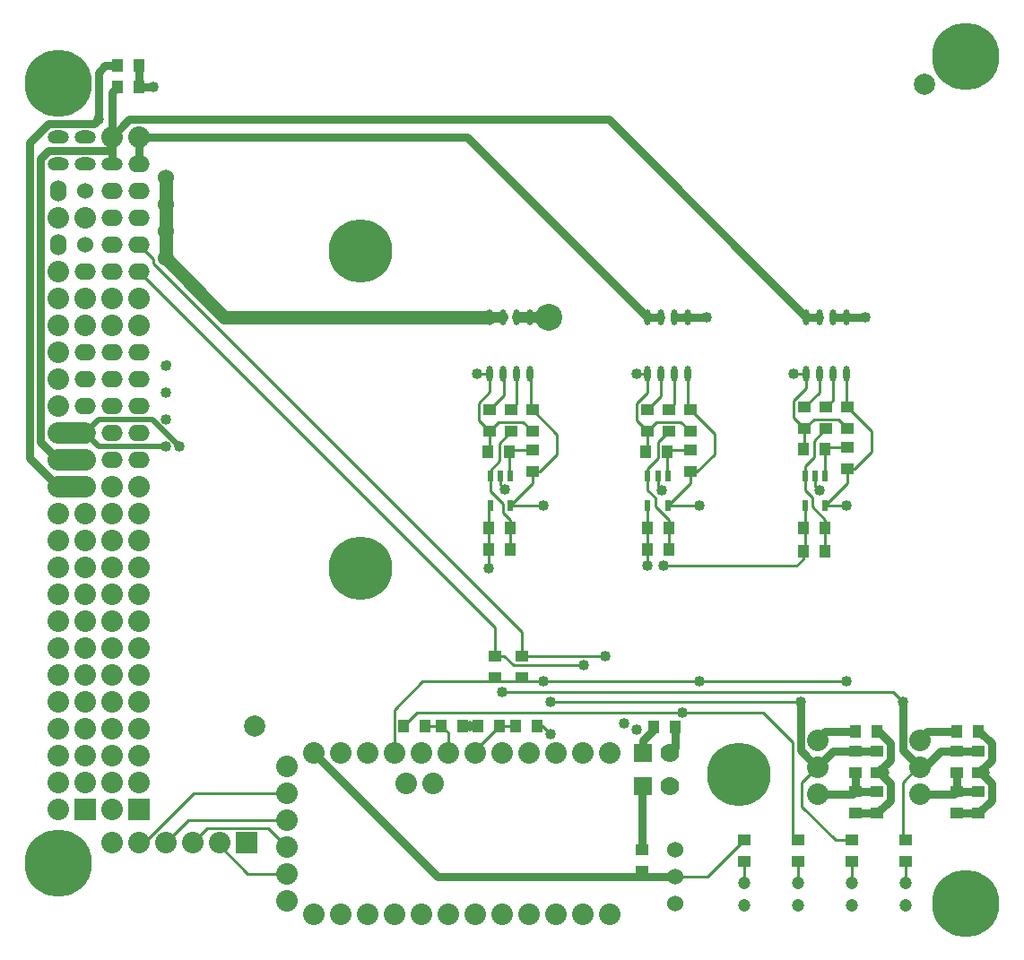
<source format=gtl>
G04 Layer_Physical_Order=1*
G04 Layer_Color=255*
%FSLAX25Y25*%
%MOIN*%
G70*
G01*
G75*
%ADD10R,0.04000X0.05000*%
%ADD11O,0.02362X0.05906*%
%ADD12R,0.02362X0.03937*%
%ADD13R,0.05000X0.04000*%
%ADD14C,0.01000*%
%ADD15C,0.04000*%
%ADD16C,0.05000*%
%ADD17C,0.03000*%
%ADD18C,0.08000*%
%ADD19C,0.02000*%
%ADD20C,0.08000*%
%ADD21C,0.23622*%
%ADD22C,0.07000*%
%ADD23R,0.07000X0.07000*%
%ADD24C,0.04724*%
%ADD25R,0.08000X0.08000*%
%ADD26O,0.08000X0.05000*%
%ADD27O,0.06000X0.08000*%
%ADD28C,0.06000*%
%ADD29O,0.08000X0.06000*%
%ADD30R,0.08000X0.08000*%
%ADD31C,0.07874*%
%ADD32C,0.04000*%
%ADD33C,0.10000*%
%ADD34C,0.25000*%
D10*
X-128000Y85500D02*
D03*
X-136000D02*
D03*
X-335500Y331500D02*
D03*
X-327500D02*
D03*
X-335500Y323500D02*
D03*
X-327500D02*
D03*
X-72500Y151000D02*
D03*
X-80500D02*
D03*
X-72500Y189000D02*
D03*
X-80500D02*
D03*
X-130500Y151500D02*
D03*
X-138500D02*
D03*
X-131000Y188000D02*
D03*
X-139000D02*
D03*
X-189500Y151500D02*
D03*
X-197500D02*
D03*
X-189657Y188000D02*
D03*
X-197658D02*
D03*
X-80500Y159500D02*
D03*
X-72500D02*
D03*
X-138500D02*
D03*
X-130500D02*
D03*
X-197500D02*
D03*
X-189500D02*
D03*
X-193500Y86000D02*
D03*
X-201500D02*
D03*
X-179500D02*
D03*
X-187500D02*
D03*
X-215000D02*
D03*
X-207000D02*
D03*
X-229000D02*
D03*
X-221000D02*
D03*
X-23500Y84000D02*
D03*
X-15500D02*
D03*
X-61000D02*
D03*
X-53000D02*
D03*
D11*
X-79500Y216870D02*
D03*
X-74500D02*
D03*
X-69500D02*
D03*
X-64500D02*
D03*
X-79500Y238130D02*
D03*
X-74500D02*
D03*
X-69500D02*
D03*
X-64500D02*
D03*
X-138500Y216870D02*
D03*
X-133500D02*
D03*
X-128500D02*
D03*
X-123500D02*
D03*
X-138500Y238130D02*
D03*
X-133500D02*
D03*
X-128500D02*
D03*
X-123500D02*
D03*
X-197000Y216870D02*
D03*
X-192000D02*
D03*
X-187000D02*
D03*
X-182000D02*
D03*
X-197000Y238130D02*
D03*
X-192000D02*
D03*
X-187000D02*
D03*
X-182000D02*
D03*
D12*
X-72260Y178913D02*
D03*
X-76000D02*
D03*
X-79740D02*
D03*
Y168087D02*
D03*
X-72260D02*
D03*
X-130760Y178913D02*
D03*
X-134500D02*
D03*
X-138240D02*
D03*
Y168087D02*
D03*
X-130760D02*
D03*
X-189417Y178913D02*
D03*
X-193157D02*
D03*
X-196898D02*
D03*
Y168087D02*
D03*
X-189417D02*
D03*
D13*
X-72000Y204500D02*
D03*
Y196500D02*
D03*
X-64000Y181500D02*
D03*
Y189500D02*
D03*
X-130500Y203500D02*
D03*
Y195500D02*
D03*
X-122500Y180500D02*
D03*
Y188500D02*
D03*
X-189157Y203500D02*
D03*
Y195500D02*
D03*
X-181158Y180500D02*
D03*
Y188500D02*
D03*
X-80000Y204500D02*
D03*
Y196500D02*
D03*
X-64000Y204500D02*
D03*
Y196500D02*
D03*
X-138500Y203500D02*
D03*
Y195500D02*
D03*
X-122500Y203500D02*
D03*
Y195500D02*
D03*
X-197158Y203500D02*
D03*
Y195500D02*
D03*
X-181158Y203500D02*
D03*
Y195500D02*
D03*
X-15500Y53500D02*
D03*
Y61500D02*
D03*
X-23500Y76500D02*
D03*
Y68500D02*
D03*
X-53000Y53500D02*
D03*
Y61500D02*
D03*
X-61000Y76500D02*
D03*
Y68500D02*
D03*
X-23500Y61500D02*
D03*
Y53500D02*
D03*
X-15500Y76500D02*
D03*
Y68500D02*
D03*
X-61000Y61500D02*
D03*
Y53500D02*
D03*
X-53000Y76500D02*
D03*
Y68500D02*
D03*
X-42500Y43500D02*
D03*
Y35500D02*
D03*
X-185000Y112000D02*
D03*
Y104000D02*
D03*
X-195000Y112000D02*
D03*
Y104000D02*
D03*
X-62500Y43500D02*
D03*
Y35500D02*
D03*
X-82500Y43500D02*
D03*
Y35500D02*
D03*
X-102500Y43500D02*
D03*
Y35500D02*
D03*
X-140500Y32000D02*
D03*
Y40000D02*
D03*
D14*
X-113500Y187050D02*
Y194500D01*
X-120050Y180500D02*
X-113500Y187050D01*
X-122500Y203500D02*
X-113500Y194500D01*
X-122500Y180500D02*
X-120050D01*
X-130500Y188500D02*
X-122500D01*
X-307000Y61000D02*
X-272500D01*
X-325500Y42500D02*
X-307000Y61000D01*
X-327500Y42500D02*
X-325500D01*
X-138240Y151760D02*
Y168087D01*
X-138500Y145500D02*
Y151500D01*
X-79740Y152260D02*
Y168087D01*
X-197500Y144500D02*
Y151500D01*
X-327500Y42500D02*
X-327050D01*
X-317500D02*
X-309000Y51000D01*
X-102500Y27500D02*
Y35500D01*
X-82500Y27500D02*
Y35500D01*
X-62500Y27500D02*
Y35500D01*
X-42500Y27500D02*
Y35500D01*
X-43500Y65000D02*
X-38000Y70500D01*
X-43500Y44500D02*
Y65000D01*
Y44500D02*
X-42500Y43500D01*
X-81000Y65000D02*
X-75500Y70500D01*
X-81000Y56000D02*
Y65000D01*
Y56000D02*
X-68500Y43500D01*
X-62500D01*
X-181658Y204000D02*
X-181158Y203500D01*
X-197000Y210279D02*
Y216870D01*
X-201157Y206121D02*
X-197000Y210279D01*
X-201157Y199500D02*
Y206121D01*
Y199500D02*
X-197158Y195500D01*
X-189157Y188500D02*
X-181158D01*
Y176347D02*
Y180500D01*
X-189417Y168087D02*
X-181158Y176347D01*
X-184658Y199000D02*
X-181158Y195500D01*
X-193658Y199000D02*
X-184658D01*
X-197158Y195500D02*
X-193658Y199000D01*
X-192098Y165497D02*
X-189417Y162816D01*
Y151583D02*
Y162816D01*
X-197500Y167484D02*
X-196898Y168087D01*
X-197500Y159500D02*
Y167484D01*
Y151500D02*
Y159500D01*
X-191657Y209000D02*
Y216870D01*
X-197158Y203500D02*
X-191657Y209000D01*
X-181158Y203500D02*
X-172000Y194343D01*
Y187050D02*
Y194343D01*
X-178550Y180500D02*
X-172000Y187050D01*
X-181158Y180500D02*
X-178550D01*
X-181658Y204000D02*
Y216870D01*
X-123500Y204500D02*
Y216870D01*
Y204500D02*
X-122500Y203500D01*
Y176347D02*
Y180500D01*
X-130760Y168087D02*
X-122500Y176347D01*
X-128500Y205500D02*
Y216870D01*
X-130500Y203500D02*
X-128500Y205500D01*
X-64500Y205000D02*
Y216870D01*
X-64000Y176347D02*
Y181500D01*
X-72260Y168087D02*
X-64000Y176347D01*
X-64500Y205000D02*
X-64000Y204500D01*
X-69500Y207000D02*
Y216870D01*
X-72000Y204500D02*
X-69500Y207000D01*
X-133500Y208500D02*
Y216870D01*
X-138500Y203500D02*
X-133500Y208500D01*
X-74500Y210000D02*
Y216870D01*
X-80000Y204500D02*
X-74500Y210000D01*
X-138500Y210121D02*
Y216870D01*
X-142500Y206121D02*
X-138500Y210121D01*
X-142500Y199500D02*
Y206121D01*
Y199500D02*
X-138500Y195500D01*
X-135000Y199000D01*
X-126000D01*
X-122500Y195500D01*
X-80000Y196500D02*
X-76500Y200000D01*
X-67500D01*
X-64000Y196500D01*
X-79500Y211621D02*
Y216870D01*
X-84000Y207121D02*
X-79500Y211621D01*
X-84000Y200500D02*
Y207121D01*
Y200500D02*
X-80000Y196500D01*
X-72000Y189500D02*
X-64000D01*
X-72260Y151740D02*
Y162816D01*
X-130500Y159500D02*
Y162500D01*
Y151500D02*
Y159500D01*
X-64000Y204500D02*
X-55000Y195500D01*
Y188050D02*
Y195500D01*
X-61550Y181500D02*
X-55000Y188050D01*
X-64000Y181500D02*
X-61550D01*
X-221000Y86000D02*
X-215000D01*
X-212500Y76000D02*
Y83500D01*
X-215000Y86000D02*
X-212500Y83500D01*
X-202500Y76000D02*
Y77000D01*
X-193500Y86000D01*
X-187500D01*
X-177500D02*
X-174500Y83000D01*
X-179500Y86000D02*
X-177500D01*
X-229000D02*
X-224000Y91000D01*
X-189657Y179154D02*
Y188000D01*
Y179154D02*
X-189417Y178913D01*
X-193500Y191157D02*
X-189157Y195500D01*
X-193500Y184500D02*
Y191157D01*
X-196898Y181102D02*
X-193500Y184500D01*
X-196898Y178913D02*
Y181102D01*
Y173398D02*
Y178913D01*
X-197158Y188500D02*
Y195500D01*
X-197658Y188000D02*
X-197158Y188500D01*
X-193157Y175657D02*
Y178913D01*
X-196898Y173398D02*
X-192098Y168598D01*
Y165497D02*
Y168598D01*
X-193157Y175657D02*
X-191500Y174000D01*
X-201870Y216870D02*
X-197000D01*
X-131000Y179154D02*
Y188000D01*
X-134500Y191500D02*
X-130500Y195500D01*
X-134500Y185500D02*
Y191500D01*
X-138240Y181760D02*
X-134500Y185500D01*
X-138240Y178913D02*
Y181760D01*
Y173740D02*
Y178913D01*
X-135500Y167500D02*
X-130500Y162500D01*
X-135500Y167500D02*
Y171000D01*
X-138240Y173740D02*
X-135500Y171000D01*
X-138500Y188500D02*
Y195500D01*
X-139000Y188000D02*
X-138500Y188500D01*
X-134500Y175000D02*
Y178913D01*
Y175000D02*
X-133000Y173500D01*
X-142370Y216870D02*
X-138500D01*
X-142500Y217000D02*
X-142370Y216870D01*
X-80000Y189500D02*
Y196500D01*
X-80500Y189000D02*
X-80000Y189500D01*
X-76500Y192000D02*
X-72000Y196500D01*
X-76500Y186000D02*
Y192000D01*
X-79740Y182760D02*
X-76500Y186000D01*
X-79740Y178913D02*
Y182760D01*
X-72500Y179154D02*
Y189000D01*
Y179154D02*
X-72260Y178913D01*
X-79740Y173740D02*
Y178913D01*
X-77000Y167556D02*
X-72260Y162816D01*
X-77000Y167556D02*
Y171000D01*
X-79740Y173740D02*
X-77000Y171000D01*
X-76000Y175000D02*
Y178913D01*
Y175000D02*
X-74500Y173500D01*
X-83870Y216870D02*
X-79500D01*
X-84000Y217000D02*
X-83870Y216870D01*
X-116000Y30000D02*
X-102500Y43500D01*
X-128000Y30000D02*
X-116000D01*
X-84500Y45500D02*
X-82500Y43500D01*
X-84500Y45500D02*
Y80000D01*
X-95500Y91000D02*
X-84500Y80000D01*
X-47000Y98500D02*
X-43500Y95000D01*
X-192500Y98500D02*
X-47000D01*
X-224000Y91000D02*
X-95500D01*
X-174500Y95000D02*
X-81500D01*
X-232500Y76000D02*
Y92000D01*
X-187000Y205658D02*
Y216870D01*
X-189157Y203500D02*
X-187000Y205658D01*
X-232500Y92000D02*
X-222000Y102500D01*
X-189417Y168087D02*
X-177087D01*
X-177000Y168000D01*
X-72260Y168087D02*
X-64587D01*
X-64500Y168000D01*
X-222000Y102500D02*
X-177000D01*
X-130760Y168087D02*
X-119087D01*
X-119000Y168000D01*
X-177000Y102500D02*
X-119000D01*
X-64500D01*
X-132500Y145500D02*
X-83000D01*
X-80500Y148000D01*
Y151500D01*
X-327500Y255000D02*
X-195000Y122500D01*
Y112000D02*
Y122500D01*
X-327500Y265000D02*
X-322000Y259500D01*
Y258136D02*
Y259500D01*
Y258136D02*
X-185000Y121136D01*
Y112000D02*
Y121136D01*
Y112000D02*
X-154000D01*
X-195000D02*
X-191621D01*
X-188121Y108500D01*
X-162000D01*
X-297500Y41500D02*
Y42500D01*
Y41500D02*
X-287000Y31000D01*
X-272500D01*
X-309000Y51000D02*
X-272500D01*
X-279500Y48000D02*
X-272500Y41000D01*
X-307500Y42500D02*
X-302000Y48000D01*
X-279500D01*
D15*
X-197000Y238130D02*
X-192000D01*
X-186870Y238000D02*
X-175000D01*
D16*
X-295630Y238130D02*
X-197000D01*
X-317500Y260000D02*
X-295630Y238130D01*
X-317500Y260000D02*
Y270000D01*
Y280000D01*
Y290000D01*
D17*
X-343900Y310000D02*
X-342400Y311500D01*
X-368000Y185500D02*
X-357500Y175000D01*
X-368000Y185500D02*
Y303071D01*
X-361071Y310000D01*
X-343900D01*
X-364000Y297071D02*
X-361071Y300000D01*
X-364000Y191500D02*
Y297071D01*
Y191500D02*
X-357500Y185000D01*
X-361071Y300000D02*
X-337500D01*
Y305000D01*
Y295000D02*
Y300000D01*
X-327500Y305000D02*
X-205370D01*
X-327500Y295000D02*
Y305000D01*
X-205370D02*
X-138500Y238130D01*
X-337500Y305000D02*
X-331000Y311500D01*
X-152870D01*
X-79500Y238130D01*
X-74500D01*
X-138500D02*
X-133500D01*
X-69370Y238000D02*
X-57500D01*
X-128370D02*
X-116500D01*
X-128500Y238130D02*
X-128370Y238000D01*
X-37000Y70500D02*
X-35500D01*
X-38000D02*
X-37000D01*
X-43500Y77000D02*
Y95000D01*
Y77000D02*
X-37000Y70500D01*
X-75250Y70750D02*
X-69500Y76500D01*
X-75500Y70500D02*
X-75250Y70750D01*
X-75000Y70500D01*
X-81500Y77000D02*
X-75250Y70750D01*
X-29500Y76500D02*
X-23500D01*
X-35500Y70500D02*
X-29500Y76500D01*
X-69500D02*
X-61000D01*
X-53000Y84000D02*
X-52464D01*
X-48000Y79536D01*
Y73465D02*
Y79536D01*
X-52965Y68500D02*
X-48000Y73465D01*
X-52965Y68500D02*
X-51964D01*
X-48000Y64535D01*
Y58464D02*
Y64535D01*
X-52965Y53500D02*
X-48000Y58464D01*
X-61000Y53500D02*
X-53000D01*
X-52965D01*
X-15500Y84000D02*
X-14965D01*
X-10500Y79536D01*
Y73465D02*
Y79536D01*
X-15464Y68500D02*
X-10500Y73465D01*
X-15464Y68500D02*
X-14465D01*
X-10500Y64535D01*
Y58464D02*
Y64535D01*
X-15464Y53500D02*
X-10500Y58464D01*
X-23500Y53500D02*
X-15500D01*
X-15464D01*
X-61000Y76500D02*
X-53000D01*
X-75500Y60500D02*
X-62000D01*
X-61000Y61500D01*
X-53000D01*
X-61000D02*
Y68500D01*
X-72500Y84000D02*
X-61000D01*
X-34500D02*
X-23500D01*
Y76500D02*
X-15500D01*
X-38000Y60500D02*
X-24500D01*
X-23500Y61500D01*
Y68500D01*
Y61500D02*
X-15500D01*
X-262500Y76000D02*
X-216500Y30000D01*
X-75500Y80500D02*
Y81000D01*
X-72500Y84000D01*
X-38000Y80500D02*
X-34500Y84000D01*
X-81500Y77000D02*
Y95000D01*
X-337500Y305000D02*
Y321500D01*
X-335500Y323500D01*
X-342400Y311500D02*
Y329100D01*
X-340000Y331500D01*
X-335500D01*
X-327500Y323500D02*
Y331500D01*
Y323500D02*
X-322000D01*
X-317500Y220000D02*
X-317000Y220500D01*
X-140000Y76000D02*
Y80636D01*
X-136000Y84636D01*
Y85500D01*
X-130000Y76000D02*
X-128000Y78000D01*
Y85500D01*
X-216500Y30000D02*
X-128000D01*
X-140500Y40000D02*
Y63000D01*
X-140000Y63500D01*
D18*
X-357500Y185000D02*
X-347500D01*
X-357500Y195000D02*
X-347500D01*
X-357500Y175000D02*
X-347500D01*
D19*
X-322500Y200000D02*
X-312500Y190000D01*
X-342500Y200000D02*
X-322500D01*
X-342500Y190000D02*
X-317500D01*
X-347500Y195000D02*
X-342500Y200000D01*
X-347500Y195000D02*
X-342500Y190000D01*
X-207000Y86000D02*
X-201500D01*
D20*
X-37000Y60500D02*
D03*
Y70500D02*
D03*
Y80500D02*
D03*
X-75000Y60500D02*
D03*
Y70500D02*
D03*
Y80500D02*
D03*
X-272500Y71000D02*
D03*
Y61000D02*
D03*
Y51000D02*
D03*
Y41000D02*
D03*
Y31000D02*
D03*
Y21000D02*
D03*
X-218000Y64500D02*
D03*
X-228000D02*
D03*
X-152500Y76000D02*
D03*
X-162500D02*
D03*
X-172500D02*
D03*
X-182500D02*
D03*
X-192500D02*
D03*
X-202500D02*
D03*
X-212500D02*
D03*
X-222500D02*
D03*
X-232500D02*
D03*
X-242500D02*
D03*
X-252500D02*
D03*
X-262500D02*
D03*
X-152500Y16000D02*
D03*
X-162500D02*
D03*
X-172500D02*
D03*
X-182500D02*
D03*
X-192500D02*
D03*
X-202500D02*
D03*
X-212500D02*
D03*
X-222500D02*
D03*
X-232500D02*
D03*
X-242500D02*
D03*
X-252500D02*
D03*
X-262500D02*
D03*
X-337500Y42500D02*
D03*
X-327500D02*
D03*
X-317500D02*
D03*
X-307500D02*
D03*
X-297500D02*
D03*
X-357500Y275000D02*
D03*
X-347500D02*
D03*
X-357500Y255000D02*
D03*
Y245000D02*
D03*
X-347500D02*
D03*
X-357500Y235000D02*
D03*
X-347500D02*
D03*
X-357500Y225000D02*
D03*
Y215000D02*
D03*
Y205000D02*
D03*
Y195000D02*
D03*
Y185000D02*
D03*
X-347500D02*
D03*
X-357500Y175000D02*
D03*
X-347500D02*
D03*
X-357500Y165000D02*
D03*
X-347500D02*
D03*
X-357500Y155000D02*
D03*
X-347500D02*
D03*
X-357500Y145000D02*
D03*
X-347500D02*
D03*
X-357500Y135000D02*
D03*
X-347500D02*
D03*
X-357500Y125000D02*
D03*
X-347500D02*
D03*
X-357500Y115000D02*
D03*
X-347500D02*
D03*
X-357500Y105000D02*
D03*
X-347500D02*
D03*
X-357500Y95000D02*
D03*
X-347500D02*
D03*
X-357500Y85000D02*
D03*
X-347500D02*
D03*
X-357500Y75000D02*
D03*
X-347500D02*
D03*
X-357500Y65000D02*
D03*
X-347500D02*
D03*
X-357500Y55000D02*
D03*
X-327500Y305000D02*
D03*
X-337500D02*
D03*
Y245000D02*
D03*
X-327500D02*
D03*
X-337500Y235000D02*
D03*
X-327500D02*
D03*
X-337500Y175000D02*
D03*
X-327500D02*
D03*
X-337500Y165000D02*
D03*
X-327500D02*
D03*
X-337500Y155000D02*
D03*
X-327500D02*
D03*
X-337500Y145000D02*
D03*
X-327500D02*
D03*
X-337500Y135000D02*
D03*
X-327500D02*
D03*
X-337500Y125000D02*
D03*
X-327500D02*
D03*
X-337500Y115000D02*
D03*
X-327500D02*
D03*
X-337500Y105000D02*
D03*
X-327500D02*
D03*
X-337500Y95000D02*
D03*
X-327500D02*
D03*
X-337500Y85000D02*
D03*
X-327500D02*
D03*
X-337500Y75000D02*
D03*
X-327500D02*
D03*
X-337500Y65000D02*
D03*
X-327500D02*
D03*
X-337500Y55000D02*
D03*
D21*
X-245071Y262760D02*
D03*
Y144650D02*
D03*
X-104500Y68000D02*
D03*
D22*
X-130000Y63500D02*
D03*
Y76000D02*
D03*
D23*
X-140000Y63500D02*
D03*
Y76000D02*
D03*
D24*
X-42500Y19232D02*
D03*
Y27500D02*
D03*
X-62500Y19232D02*
D03*
Y27500D02*
D03*
X-82500Y19232D02*
D03*
Y27500D02*
D03*
X-102500Y19232D02*
D03*
Y27500D02*
D03*
D25*
X-287500Y42500D02*
D03*
D26*
X-347500Y305000D02*
D03*
X-357500D02*
D03*
Y295000D02*
D03*
X-347500D02*
D03*
X-337500D02*
D03*
D27*
X-357500Y285000D02*
D03*
Y265000D02*
D03*
D28*
X-347500Y285000D02*
D03*
Y265000D02*
D03*
X-128000Y40000D02*
D03*
Y30000D02*
D03*
Y20000D02*
D03*
X-317500Y280000D02*
D03*
Y270000D02*
D03*
Y290000D02*
D03*
Y260000D02*
D03*
D29*
X-347500Y255000D02*
D03*
Y225000D02*
D03*
Y215000D02*
D03*
Y205000D02*
D03*
Y195000D02*
D03*
X-327500Y295000D02*
D03*
X-337500Y285000D02*
D03*
X-327500D02*
D03*
X-337500Y275000D02*
D03*
X-327500D02*
D03*
X-337500Y265000D02*
D03*
X-327500D02*
D03*
X-337500Y255000D02*
D03*
X-327500D02*
D03*
X-337500Y225000D02*
D03*
X-327500D02*
D03*
X-337500Y215000D02*
D03*
X-327500D02*
D03*
X-337500Y205000D02*
D03*
X-327500D02*
D03*
X-337500Y195000D02*
D03*
X-327500D02*
D03*
X-337500Y185000D02*
D03*
X-327500D02*
D03*
D30*
X-347500Y55000D02*
D03*
X-327500D02*
D03*
D31*
X-35500Y324500D02*
D03*
X-284500Y86000D02*
D03*
D32*
X-342400Y311500D02*
D03*
X-317500Y200000D02*
D03*
X-312500Y190000D02*
D03*
X-317500D02*
D03*
Y210000D02*
D03*
Y220000D02*
D03*
X-57500Y238000D02*
D03*
X-116500D02*
D03*
X-43500Y95000D02*
D03*
X-81500D02*
D03*
X-132500Y145500D02*
D03*
X-138500D02*
D03*
X-50500Y68500D02*
D03*
X-13000D02*
D03*
X-204250Y86000D02*
D03*
X-174500Y83000D02*
D03*
X-349500Y30000D02*
D03*
Y40000D02*
D03*
X-365500Y30000D02*
D03*
Y40000D02*
D03*
X-357500Y25500D02*
D03*
Y44500D02*
D03*
X-349500Y320000D02*
D03*
Y330000D02*
D03*
X-365500Y320000D02*
D03*
Y330000D02*
D03*
X-357500Y315500D02*
D03*
Y334500D02*
D03*
X-12000Y330000D02*
D03*
Y340000D02*
D03*
X-28000Y330000D02*
D03*
Y340000D02*
D03*
X-20000Y325500D02*
D03*
Y344500D02*
D03*
X-12000Y15000D02*
D03*
Y25000D02*
D03*
X-28000Y15000D02*
D03*
Y25000D02*
D03*
X-20000Y10500D02*
D03*
Y29500D02*
D03*
X-191500Y174000D02*
D03*
X-201870Y216870D02*
D03*
X-133000Y173500D02*
D03*
X-142500Y217000D02*
D03*
X-74500Y173500D02*
D03*
X-84000Y217000D02*
D03*
X-142500Y84500D02*
D03*
X-147000Y87000D02*
D03*
X-125500Y91000D02*
D03*
X-197500Y144500D02*
D03*
X-192500Y98500D02*
D03*
X-174500Y95000D02*
D03*
X-322000Y323500D02*
D03*
X-177000Y168000D02*
D03*
Y102500D02*
D03*
X-64500Y168000D02*
D03*
Y102500D02*
D03*
X-119000Y168000D02*
D03*
Y102500D02*
D03*
X-154000Y112000D02*
D03*
X-162000Y108500D02*
D03*
D33*
X-175000Y238000D02*
D03*
D34*
X-357500Y325000D02*
D03*
X-20000Y20000D02*
D03*
X-357500Y35000D02*
D03*
X-20000Y335000D02*
D03*
M02*

</source>
